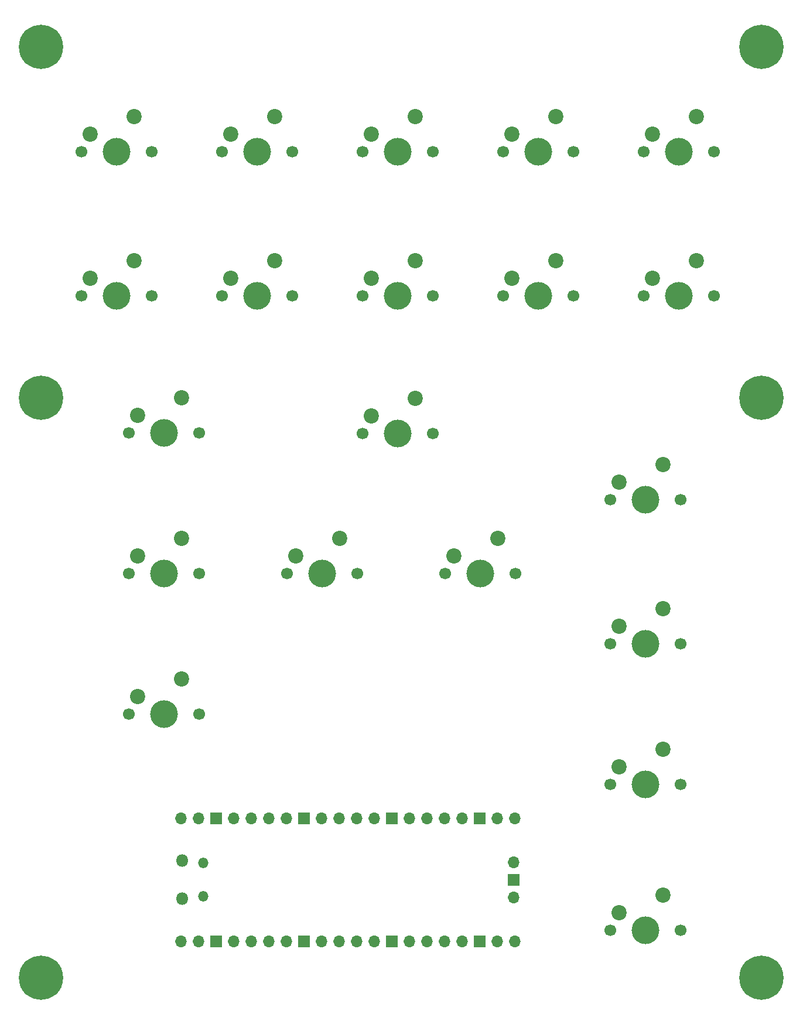
<source format=gbr>
%TF.GenerationSoftware,KiCad,Pcbnew,(7.0.0)*%
%TF.CreationDate,2023-07-30T16:01:18-03:00*%
%TF.ProjectId,Bad Thing of the Edge Keyboard,42616420-5468-4696-9e67-206f66207468,rev?*%
%TF.SameCoordinates,Original*%
%TF.FileFunction,Soldermask,Bot*%
%TF.FilePolarity,Negative*%
%FSLAX46Y46*%
G04 Gerber Fmt 4.6, Leading zero omitted, Abs format (unit mm)*
G04 Created by KiCad (PCBNEW (7.0.0)) date 2023-07-30 16:01:18*
%MOMM*%
%LPD*%
G01*
G04 APERTURE LIST*
%ADD10C,1.700000*%
%ADD11C,4.000000*%
%ADD12C,2.200000*%
%ADD13C,6.400000*%
%ADD14O,1.800000X1.800000*%
%ADD15O,1.500000X1.500000*%
%ADD16O,1.700000X1.700000*%
%ADD17R,1.700000X1.700000*%
G04 APERTURE END LIST*
D10*
%TO.C,SW14*%
X95824800Y-108077000D03*
D11*
X100904800Y-108077000D03*
D10*
X105984800Y-108077000D03*
D12*
X103444800Y-102997000D03*
X97094800Y-105537000D03*
%TD*%
D13*
%TO.C,J3*%
X164404800Y-166497000D03*
%TD*%
D10*
%TO.C,SW10*%
X142560800Y-97409000D03*
D11*
X147640800Y-97409000D03*
D10*
X152720800Y-97409000D03*
D12*
X150180800Y-92329000D03*
X143830800Y-94869000D03*
%TD*%
D13*
%TO.C,J2*%
X164404800Y-82677000D03*
%TD*%
D10*
%TO.C,SW16*%
X118684800Y-108077000D03*
D11*
X123764800Y-108077000D03*
D10*
X128844800Y-108077000D03*
D12*
X126304800Y-102997000D03*
X119954800Y-105537000D03*
%TD*%
D13*
%TO.C,J6*%
X60264800Y-31957900D03*
%TD*%
D10*
%TO.C,SW13*%
X72964800Y-87757000D03*
D11*
X78044800Y-87757000D03*
D10*
X83124800Y-87757000D03*
D12*
X80584800Y-82677000D03*
X74234800Y-85217000D03*
%TD*%
D10*
%TO.C,SW5*%
X66106800Y-47117000D03*
D11*
X71186800Y-47117000D03*
D10*
X76266800Y-47117000D03*
D12*
X73726800Y-42037000D03*
X67376800Y-44577000D03*
%TD*%
D10*
%TO.C,SW7*%
X142560800Y-159639000D03*
D11*
X147640800Y-159639000D03*
D10*
X152720800Y-159639000D03*
D12*
X150180800Y-154559000D03*
X143830800Y-157099000D03*
%TD*%
D10*
%TO.C,SW9*%
X142560800Y-118237000D03*
D11*
X147640800Y-118237000D03*
D10*
X152720800Y-118237000D03*
D12*
X150180800Y-113157000D03*
X143830800Y-115697000D03*
%TD*%
D10*
%TO.C,SW6*%
X66106800Y-67945000D03*
D11*
X71186800Y-67945000D03*
D10*
X76266800Y-67945000D03*
D12*
X73726800Y-62865000D03*
X67376800Y-65405000D03*
%TD*%
D13*
%TO.C,J4*%
X60264800Y-166497000D03*
%TD*%
D10*
%TO.C,SW11*%
X72964800Y-128397000D03*
D11*
X78044800Y-128397000D03*
D10*
X83124800Y-128397000D03*
D12*
X80584800Y-123317000D03*
X74234800Y-125857000D03*
%TD*%
D10*
%TO.C,SW20*%
X147386800Y-67945000D03*
D11*
X152466800Y-67945000D03*
D10*
X157546800Y-67945000D03*
D12*
X155006800Y-62865000D03*
X148656800Y-65405000D03*
%TD*%
D10*
%TO.C,SW2*%
X86426800Y-47117000D03*
D11*
X91506800Y-47117000D03*
D10*
X96586800Y-47117000D03*
D12*
X94046800Y-42037000D03*
X87696800Y-44577000D03*
%TD*%
D10*
%TO.C,SW8*%
X142560800Y-138557000D03*
D11*
X147640800Y-138557000D03*
D10*
X152720800Y-138557000D03*
D12*
X150180800Y-133477000D03*
X143830800Y-136017000D03*
%TD*%
D10*
%TO.C,SW15*%
X106746800Y-87837900D03*
D11*
X111826800Y-87837900D03*
D10*
X116906800Y-87837900D03*
D12*
X114366800Y-82757900D03*
X108016800Y-85297900D03*
%TD*%
D10*
%TO.C,SW1*%
X106746800Y-47117000D03*
D11*
X111826800Y-47117000D03*
D10*
X116906800Y-47117000D03*
D12*
X114366800Y-42037000D03*
X108016800Y-44577000D03*
%TD*%
D10*
%TO.C,SW17*%
X127066800Y-47117000D03*
D11*
X132146800Y-47117000D03*
D10*
X137226800Y-47117000D03*
D12*
X134686800Y-42037000D03*
X128336800Y-44577000D03*
%TD*%
D10*
%TO.C,SW18*%
X127066800Y-67945000D03*
D11*
X132146800Y-67945000D03*
D10*
X137226800Y-67945000D03*
D12*
X134686800Y-62865000D03*
X128336800Y-65405000D03*
%TD*%
D10*
%TO.C,SW4*%
X106746800Y-67945000D03*
D11*
X111826800Y-67945000D03*
D10*
X116906800Y-67945000D03*
D12*
X114366800Y-62865000D03*
X108016800Y-65405000D03*
%TD*%
D13*
%TO.C,J1*%
X164404800Y-31957900D03*
%TD*%
D10*
%TO.C,SW3*%
X86426800Y-67945000D03*
D11*
X91506800Y-67945000D03*
D10*
X96586800Y-67945000D03*
D12*
X94046800Y-62865000D03*
X87696800Y-65405000D03*
%TD*%
D13*
%TO.C,J5*%
X60264800Y-82677000D03*
%TD*%
D10*
%TO.C,SW12*%
X72964800Y-108077000D03*
D11*
X78044800Y-108077000D03*
D10*
X83124800Y-108077000D03*
D12*
X80584800Y-102997000D03*
X74234800Y-105537000D03*
%TD*%
D14*
%TO.C,U1*%
X80633899Y-155078899D03*
D15*
X83663899Y-154778899D03*
X83663899Y-149928899D03*
D14*
X80633899Y-149628899D03*
D16*
X80503899Y-161243899D03*
X83043899Y-161243899D03*
D17*
X85583899Y-161243899D03*
D16*
X88123899Y-161243899D03*
X90663899Y-161243899D03*
X93203899Y-161243899D03*
X95743899Y-161243899D03*
D17*
X98283899Y-161243899D03*
D16*
X100823899Y-161243899D03*
X103363899Y-161243899D03*
X105903899Y-161243899D03*
X108443899Y-161243899D03*
D17*
X110983899Y-161243899D03*
D16*
X113523899Y-161243899D03*
X116063899Y-161243899D03*
X118603899Y-161243899D03*
X121143899Y-161243899D03*
D17*
X123683899Y-161243899D03*
D16*
X126223899Y-161243899D03*
X128763899Y-161243899D03*
X128763899Y-143463899D03*
X126223899Y-143463899D03*
D17*
X123683899Y-143463899D03*
D16*
X121143899Y-143463899D03*
X118603899Y-143463899D03*
X116063899Y-143463899D03*
X113523899Y-143463899D03*
D17*
X110983899Y-143463899D03*
D16*
X108443899Y-143463899D03*
X105903899Y-143463899D03*
X103363899Y-143463899D03*
X100823899Y-143463899D03*
D17*
X98283899Y-143463899D03*
D16*
X95743899Y-143463899D03*
X93203899Y-143463899D03*
X90663899Y-143463899D03*
X88123899Y-143463899D03*
D17*
X85583899Y-143463899D03*
D16*
X83043899Y-143463899D03*
X80503899Y-143463899D03*
X128533899Y-154893899D03*
D17*
X128533899Y-152353899D03*
D16*
X128533899Y-149813899D03*
%TD*%
D10*
%TO.C,SW19*%
X147386800Y-47117000D03*
D11*
X152466800Y-47117000D03*
D10*
X157546800Y-47117000D03*
D12*
X155006800Y-42037000D03*
X148656800Y-44577000D03*
%TD*%
M02*

</source>
